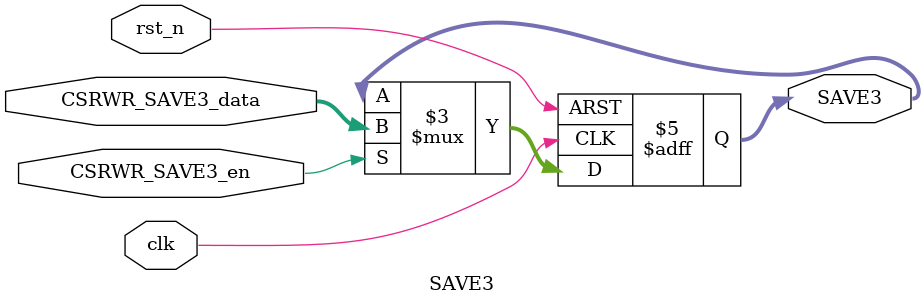
<source format=v>
module SAVE3 (
    input               clk,
    input               rst_n,

    input               CSRWR_SAVE3_en,
    input        [31:0] CSRWR_SAVE3_data,

    output  reg  [31:0] SAVE3
);
    
    always @(posedge clk or negedge rst_n) begin
        if(!rst_n)
            SAVE3 <= 32'b0;
        else if(CSRWR_SAVE3_en)
            SAVE3 <= CSRWR_SAVE3_data;
    end

endmodule
</source>
